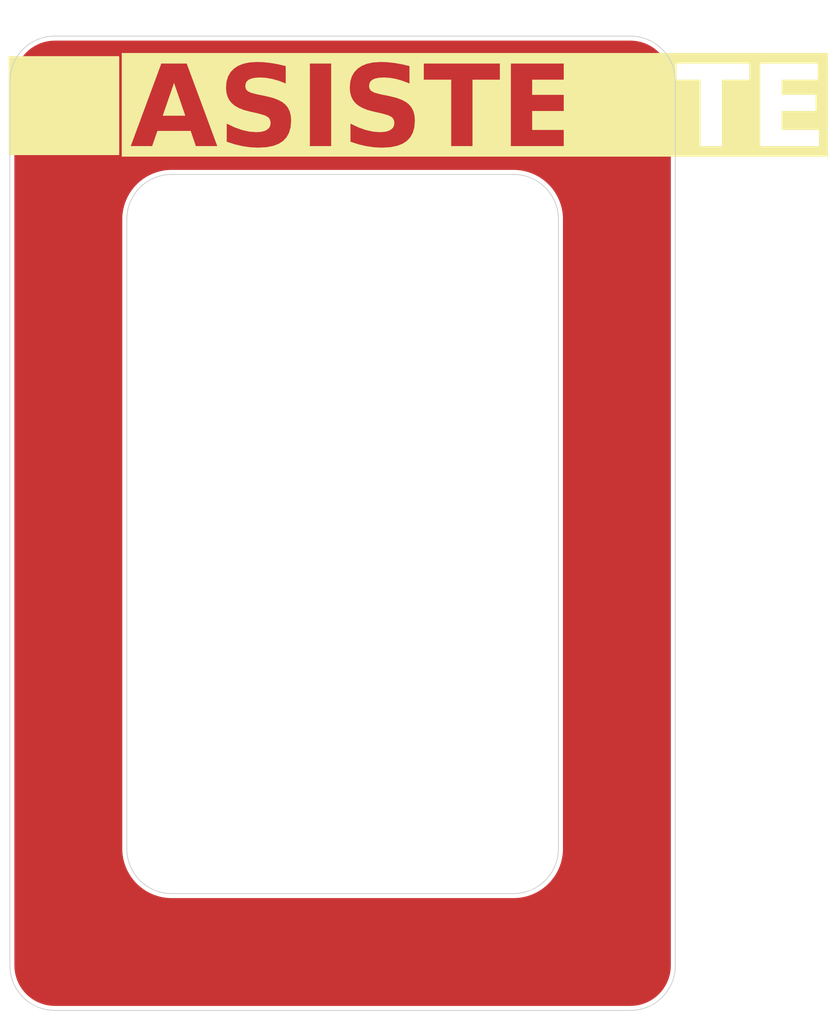
<source format=kicad_pcb>
(kicad_pcb (version 20240108) (generator "pcbnew") (generator_version "8.0")
  (layers (0 "F.Cu" signal) (31 "B.Cu" signal) (34 "B.Paste" user) (35 "F.Paste" user) (36 "B.SilkS" user "B.Silkscreen") (37 "F.SilkS" user "F.Silkscreen") (38 "B.Mask" user) (39 "F.Mask" user) (44 "Edge.Cuts" user))
  (net 0 "")
  (gr_rect (start 162.56 43.634) (end 175.006 54.539) (stroke (width 0.1)) (fill solid) (layer "F.SilkS"))
  (gr_rect (start 100.838 43.634) (end 113.03 54.539) (stroke (width 0.1)) (fill solid) (layer "F.SilkS"))
  (gr_line (start 113.921638 131.739351) (end 113.921638 61.739351) (stroke (width 0.1)) (layer "Edge.Cuts"))
  (gr_arc (start 113.921638 61.739351) (mid 115.386103 58.203816) (end 118.921638 56.739351) (stroke (width 0.1)) (layer "Edge.Cuts"))
  (gr_arc (start 118.921638 136.739351) (mid 115.386093 135.274896) (end 113.921638 131.739351) (stroke (width 0.1)) (layer "Edge.Cuts"))
  (gr_arc (start 105.921638 149.739351) (mid 102.386118 148.274871) (end 100.921638 144.739351) (stroke (width 0.1)) (layer "Edge.Cuts"))
  (gr_arc (start 161.921638 131.739351) (mid 160.457214 135.274927) (end 156.921638 136.739351) (stroke (width 0.1)) (layer "Edge.Cuts"))
  (gr_line (start 105.921638 149.739351) (end 169.921638 149.739351) (stroke (width 0.1)) (layer "Edge.Cuts"))
  (gr_line (start 174.921638 46.354222) (end 174.921638 144.739351) (stroke (width 0.1)) (layer "Edge.Cuts"))
  (gr_arc (start 169.921638 41.354222) (mid 173.457178 42.818682) (end 174.921638 46.354222) (stroke (width 0.1)) (layer "Edge.Cuts"))
  (gr_line (start 118.921638 136.739351) (end 156.921638 136.739351) (stroke (width 0.1)) (layer "Edge.Cuts"))
  (gr_line (start 161.921638 131.739351) (end 161.921638 61.739351) (stroke (width 0.1)) (layer "Edge.Cuts"))
  (gr_arc (start 156.921638 56.739351) (mid 160.45716 58.203829) (end 161.921638 61.739351) (stroke (width 0.1)) (layer "Edge.Cuts"))
  (gr_line (start 118.921638 56.739351) (end 156.921638 56.739351) (stroke (width 0.1)) (layer "Edge.Cuts"))
  (gr_line (start 169.921638 41.354222) (end 105.921638 41.354222) (stroke (width 0.1)) (layer "Edge.Cuts"))
  (gr_line (start 100.921638 46.354222) (end 100.921638 144.739351) (stroke (width 0.1)) (layer "Edge.Cuts"))
  (gr_arc (start 174.921638 144.739351) (mid 173.457172 148.274885) (end 169.921638 149.739351) (stroke (width 0.1)) (layer "Edge.Cuts"))
  (gr_arc (start 100.921638 46.354222) (mid 102.386119 42.818703) (end 105.921638 41.354222) (stroke (width 0.1)) (layer "Edge.Cuts"))
  (gr_text "ASISTENTE" (at 114.3 55.118 0) (layer "F.SilkS" knockout) (effects (font (size 9 9) (thickness 0.3) (bold yes)) (justify left bottom)))
  (zone (net 0) (net_name "") (layer "F.Cu") (connect_pads (clearance 0.5)) (min_thickness 0.25) (fill yes (thermal_gap 0.5) (thermal_bridge_width 0.5) (island_removal_mode 1) (island_area_min 10))
    (polygon (pts (xy 101.092 37.592) (xy 175.768 37.338) (xy 176.022 151.13) (xy 99.822 151.13) (xy 99.822 37.338)))
  )
)
</source>
